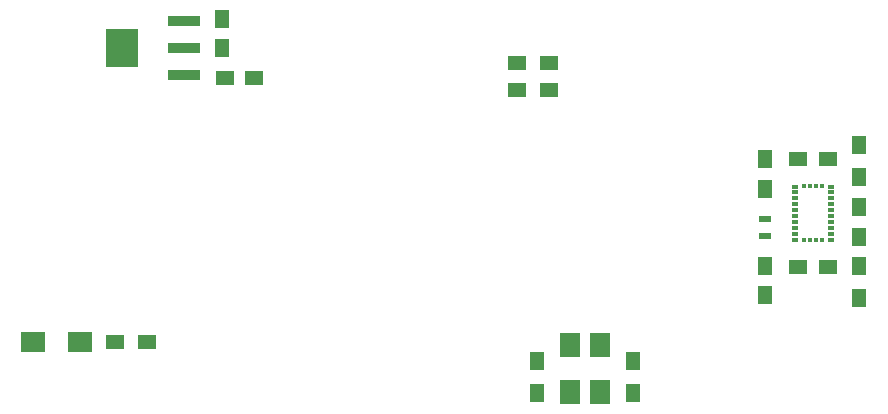
<source format=gbr>
G04 #@! TF.GenerationSoftware,KiCad,Pcbnew,(5.0.2)-1*
G04 #@! TF.CreationDate,2019-02-13T01:18:52+00:00*
G04 #@! TF.ProjectId,TeensyBikeShield,5465656e-7379-4426-996b-65536869656c,rev?*
G04 #@! TF.SameCoordinates,Original*
G04 #@! TF.FileFunction,Paste,Top*
G04 #@! TF.FilePolarity,Positive*
%FSLAX46Y46*%
G04 Gerber Fmt 4.6, Leading zero omitted, Abs format (unit mm)*
G04 Created by KiCad (PCBNEW (5.0.2)-1) date 13/02/2019 01:18:52*
%MOMM*%
%LPD*%
G01*
G04 APERTURE LIST*
%ADD10R,1.500000X1.250000*%
%ADD11R,1.250000X1.500000*%
%ADD12R,1.700000X2.000000*%
%ADD13R,2.750000X0.950000*%
%ADD14R,2.750000X3.250000*%
%ADD15R,0.525000X0.300000*%
%ADD16R,0.300000X0.425000*%
%ADD17R,1.100000X0.600000*%
%ADD18R,2.000000X1.700000*%
%ADD19R,1.300000X1.500000*%
%ADD20R,1.500000X1.300000*%
G04 APERTURE END LIST*
D10*
G04 #@! TO.C,C1*
X94020000Y-42672000D03*
X96520000Y-42672000D03*
G04 #@! TD*
G04 #@! TO.C,C2*
X96520000Y-33528000D03*
X94020000Y-33528000D03*
G04 #@! TD*
G04 #@! TO.C,C3*
X47966000Y-26670000D03*
X45466000Y-26670000D03*
G04 #@! TD*
D11*
G04 #@! TO.C,C4*
X99187000Y-40112000D03*
X99187000Y-37612000D03*
G04 #@! TD*
G04 #@! TO.C,C5*
X91186000Y-45045000D03*
X91186000Y-42545000D03*
G04 #@! TD*
G04 #@! TO.C,C6*
X45212000Y-21630000D03*
X45212000Y-24130000D03*
G04 #@! TD*
G04 #@! TO.C,C7*
X91186000Y-36048000D03*
X91186000Y-33548000D03*
G04 #@! TD*
D12*
G04 #@! TO.C,D1*
X74676000Y-53276000D03*
X74676000Y-49276000D03*
G04 #@! TD*
G04 #@! TO.C,D2*
X77216000Y-49276000D03*
X77216000Y-53276000D03*
G04 #@! TD*
D13*
G04 #@! TO.C,REG*
X41970000Y-26430000D03*
X41970000Y-24130000D03*
X41970000Y-21830000D03*
D14*
X36770000Y-24130000D03*
G04 #@! TD*
D15*
G04 #@! TO.C,IMU*
X93687500Y-40350000D03*
D16*
X94500000Y-40412500D03*
X95000000Y-40412500D03*
X95500000Y-40412500D03*
X96000000Y-40412500D03*
D15*
X96812500Y-40350000D03*
X96812500Y-39850000D03*
X96812500Y-39350000D03*
X96812500Y-38850000D03*
X96812500Y-38350000D03*
X96812500Y-37850000D03*
X96812500Y-37350000D03*
X96812500Y-36850000D03*
X96812500Y-36350000D03*
X96812500Y-35850000D03*
D16*
X96000000Y-35787500D03*
X95500000Y-35787500D03*
X95000000Y-35787500D03*
X94500000Y-35787500D03*
D15*
X93687500Y-35850000D03*
X93687500Y-36350000D03*
X93687500Y-36850000D03*
X93687500Y-37350000D03*
X93687500Y-37850000D03*
X93687500Y-38350000D03*
X93687500Y-38850000D03*
X93687500Y-39350000D03*
X93687500Y-39850000D03*
G04 #@! TD*
D17*
G04 #@! TO.C,OSC*
X91186000Y-38608000D03*
X91186000Y-40008000D03*
G04 #@! TD*
D18*
G04 #@! TO.C,PWR*
X29210000Y-49022000D03*
X33210000Y-49022000D03*
G04 #@! TD*
D19*
G04 #@! TO.C,R1*
X99187000Y-45292000D03*
X99187000Y-42592000D03*
G04 #@! TD*
G04 #@! TO.C,R2*
X99187000Y-35052000D03*
X99187000Y-32352000D03*
G04 #@! TD*
D20*
G04 #@! TO.C,R3*
X36195000Y-49022000D03*
X38895000Y-49022000D03*
G04 #@! TD*
G04 #@! TO.C,R4*
X70200520Y-27686000D03*
X72900520Y-27686000D03*
G04 #@! TD*
D19*
G04 #@! TO.C,R5*
X71882000Y-50640000D03*
X71882000Y-53340000D03*
G04 #@! TD*
G04 #@! TO.C,R6*
X80010000Y-53340000D03*
X80010000Y-50640000D03*
G04 #@! TD*
D20*
G04 #@! TO.C,R7*
X72898000Y-25400000D03*
X70198000Y-25400000D03*
G04 #@! TD*
M02*

</source>
